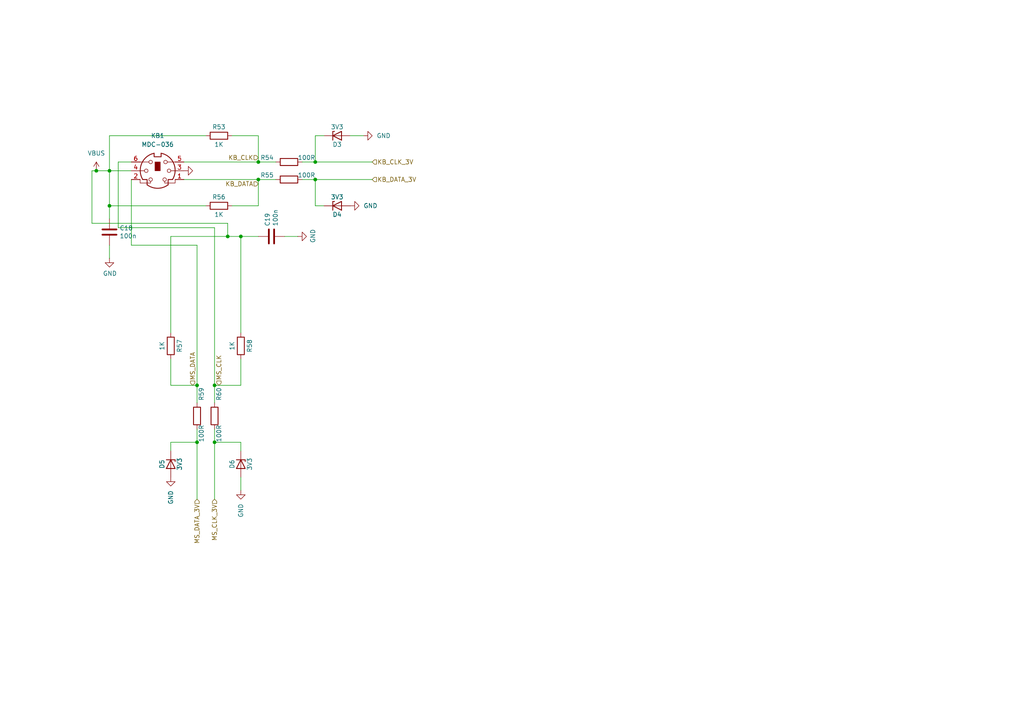
<source format=kicad_sch>
(kicad_sch (version 20250114) (generator "eeschema") (generator_version "9.0")
  (paper "A4")
  (title_block (title "TurboFRANK") (date "2025-03-03") (rev "1.02") (company "Mikhail Matveev") (comment 1 "https://github.com/xtremespb/frank"))
  (lib_symbols
    (symbol "Connector:Mini-DIN-6" (pin_names (offset 1.016))
      (property "Reference" "J" (at 0 6.35 0))
      (property "Value" "Mini-DIN-6" (at 0 -6.35 0))
      (symbol "Mini-DIN-6_0_1"
        (polyline (pts (xy -4.318 -2.54) (xy -3.048 -2.54) (xy -3.048 -4.064)) (stroke (width 0.254)))
        (polyline (pts (xy -3.81 0) (xy -5.08 0)))
        (circle (center -3.302 0) (radius 0.508))
        (polyline (pts (xy -2.54 2.54) (xy -5.08 2.54)))
        (circle (center -2.032 2.54) (radius 0.508))
        (circle (center -2.032 -2.54) (radius 0.508))
        (polyline (pts (xy -2.032 -3.048) (xy -2.032 -3.556) (xy -5.08 -3.556) (xy -5.08 -2.54)))
        (polyline (pts (xy -1.016 5.08) (xy -1.016 4.064) (xy 1.016 4.064) (xy 1.016 5.08)) (stroke (width 0.254)))
        (rectangle (start -0.762 2.54) (end 0.762 0) (fill (type outline)))
        (arc (start 3.048 -4.064) (mid 0 -5.08) (end -3.048 -4.064) (stroke (width 0.254)))
        (arc (start 1.016 5.08) (mid 4.6646 2.1356) (end 4.318 -2.54) (stroke (width 0.254)))
        (arc (start -4.318 -2.54) (mid -4.6241 2.1181) (end -1.016 5.08) (stroke (width 0.254)))
        (circle (center 2.032 -2.54) (radius 0.508))
        (polyline (pts (xy 2.032 -3.048) (xy 2.032 -3.556) (xy 5.08 -3.556) (xy 5.08 -2.54)))
        (circle (center 2.286 2.54) (radius 0.508))
        (polyline (pts (xy 2.794 2.54) (xy 5.08 2.54)))
        (circle (center 3.302 0) (radius 0.508))
        (polyline (pts (xy 4.318 -2.54) (xy 3.048 -2.54) (xy 3.048 -4.064)) (stroke (width 0.254)))
        (polyline (pts (xy 5.08 0) (xy 3.81 0)))
      )
      (symbol "Mini-DIN-6_1_1"
        (pin passive line (at -7.62 2.54 0) (length 2.54) (name "~") (number "6"))
        (pin passive line (at -7.62 0 0) (length 2.54) (name "~") (number "4"))
        (pin passive line (at -7.62 -2.54 0) (length 2.54) (name "~") (number "2"))
        (pin passive line (at 7.62 2.54 180) (length 2.54) (name "~") (number "5"))
        (pin passive line (at 7.62 0 180) (length 2.54) (name "~") (number "3"))
        (pin passive line (at 7.62 -2.54 180) (length 2.54) (name "~") (number "1"))
      )
    )
    (symbol "Device:C" (pin_numbers (hide yes)) (pin_names (offset 0.254))
      (property "Reference" "C" (at 0.635 2.54 0))
      (property "Value" "C" (at 0.635 -2.54 0))
      (symbol "C_0_1"
        (polyline (pts (xy -2.032 0.762) (xy 2.032 0.762)) (stroke (width 0.508)))
        (polyline (pts (xy -2.032 -0.762) (xy 2.032 -0.762)) (stroke (width 0.508)))
      )
      (symbol "C_1_1"
        (pin passive line (at 0 3.81 270) (length 2.794) (name "~") (number "1"))
        (pin passive line (at 0 -3.81 90) (length 2.794) (name "~") (number "2"))
      )
    )
    (symbol "Device:D_Zener" (pin_numbers (hide yes)) (pin_names (offset 1.016) (hide yes))
      (property "Reference" "D" (at 0 2.54 0))
      (property "Value" "D_Zener" (at 0 -2.54 0))
      (symbol "D_Zener_0_1"
        (polyline (pts (xy -1.27 -1.27) (xy -1.27 1.27) (xy -0.762 1.27)) (stroke (width 0.254)))
        (polyline (pts (xy 1.27 0) (xy -1.27 0)))
        (polyline (pts (xy 1.27 -1.27) (xy 1.27 1.27) (xy -1.27 0) (xy 1.27 -1.27)) (stroke (width 0.254)))
      )
      (symbol "D_Zener_1_1"
        (pin passive line (at -3.81 0 0) (length 2.54) (name "K") (number "1"))
        (pin passive line (at 3.81 0 180) (length 2.54) (name "A") (number "2"))
      )
    )
    (symbol "Device:R" (pin_numbers (hide yes)) (pin_names (offset 0))
      (property "Reference" "R" (at 2.032 0 90))
      (property "Value" "R" (at 0 0 90))
      (symbol "R_0_1"
        (rectangle (start -1.016 -2.54) (end 1.016 2.54) (stroke (width 0.254)))
      )
      (symbol "R_1_1"
        (pin passive line (at 0 3.81 270) (length 1.27) (name "~") (number "1"))
        (pin passive line (at 0 -3.81 90) (length 1.27) (name "~") (number "2"))
      )
    )
    (symbol "GND_1" (power) (pin_numbers (hide yes)) (pin_names (offset 0) (hide yes))
      (property "Value" "GND" (at 0 -3.81 0))
      (symbol "GND_1_0_1"
        (polyline (pts (xy 0 0) (xy 0 -1.27) (xy 1.27 -1.27) (xy 0 -2.54) (xy -1.27 -1.27) (xy 0 -1.27)))
      )
      (symbol "GND_1_1_1"
        (pin power_in line (at 0 0 270) (length 0) (name "~") (number "1"))
      )
    )
    (symbol "GND_2" (power) (pin_numbers (hide yes)) (pin_names (offset 0) (hide yes))
      (property "Value" "GND" (at 0 -3.81 0))
      (symbol "GND_2_0_1"
        (polyline (pts (xy 0 0) (xy 0 -1.27) (xy 1.27 -1.27) (xy 0 -2.54) (xy -1.27 -1.27) (xy 0 -1.27)))
      )
      (symbol "GND_2_1_1"
        (pin power_in line (at 0 0 270) (length 0) (name "~") (number "1"))
      )
    )
    (symbol "GND_3" (power) (pin_numbers (hide yes)) (pin_names (offset 0) (hide yes))
      (property "Value" "GND" (at 0 -3.81 0))
      (symbol "GND_3_0_1"
        (polyline (pts (xy 0 0) (xy 0 -1.27) (xy 1.27 -1.27) (xy 0 -2.54) (xy -1.27 -1.27) (xy 0 -1.27)))
      )
      (symbol "GND_3_1_1"
        (pin power_in line (at 0 0 270) (length 0) (name "~") (number "1"))
      )
    )
    (symbol "GND_4" (power) (pin_numbers (hide yes)) (pin_names (offset 0) (hide yes))
      (property "Value" "GND" (at 0 -3.81 0))
      (symbol "GND_4_0_1"
        (polyline (pts (xy 0 0) (xy 0 -1.27) (xy 1.27 -1.27) (xy 0 -2.54) (xy -1.27 -1.27) (xy 0 -1.27)))
      )
      (symbol "GND_4_1_1"
        (pin power_in line (at 0 0 270) (length 0) (name "~") (number "1"))
      )
    )
    (symbol "GND_5" (power) (pin_numbers (hide yes)) (pin_names (offset 0) (hide yes))
      (property "Value" "GND" (at 0 -3.81 0))
      (symbol "GND_5_0_1"
        (polyline (pts (xy 0 0) (xy 0 -1.27) (xy 1.27 -1.27) (xy 0 -2.54) (xy -1.27 -1.27) (xy 0 -1.27)))
      )
      (symbol "GND_5_1_1"
        (pin power_in line (at 0 0 270) (length 0) (name "~") (number "1"))
      )
    )
    (symbol "GND_6" (power) (pin_numbers (hide yes)) (pin_names (offset 0) (hide yes))
      (property "Value" "GND" (at 0 -3.81 0))
      (symbol "GND_6_0_1"
        (polyline (pts (xy 0 0) (xy 0 -1.27) (xy 1.27 -1.27) (xy 0 -2.54) (xy -1.27 -1.27) (xy 0 -1.27)))
      )
      (symbol "GND_6_1_1"
        (pin power_in line (at 0 0 270) (length 0) (name "~") (number "1"))
      )
    )
    (symbol "power:GND" (power) (pin_numbers (hide yes)) (pin_names (offset 0) (hide yes))
      (property "Value" "GND" (at 0 -3.81 0))
      (symbol "GND_0_1"
        (polyline (pts (xy 0 0) (xy 0 -1.27) (xy 1.27 -1.27) (xy 0 -2.54) (xy -1.27 -1.27) (xy 0 -1.27)))
      )
      (symbol "GND_1_1"
        (pin power_in line (at 0 0 270) (length 0) (name "~") (number "1"))
      )
    )
    (symbol "power:VBUS" (power) (pin_numbers (hide yes)) (pin_names (offset 0) (hide yes))
      (property "Value" "VBUS" (at 0 3.556 0))
      (symbol "VBUS_0_1"
        (polyline (pts (xy -0.762 1.27) (xy 0 2.54)))
        (polyline (pts (xy 0 2.54) (xy 0.762 1.27)))
        (polyline (pts (xy 0 0) (xy 0 2.54)))
      )
      (symbol "VBUS_1_1"
        (pin power_in line (at 0 0 90) (length 0) (name "~") (number "1"))
      )
    )
  )
  (junction (at 91.44 52.07))
  (junction (at 57.15 128.27))
  (junction (at 66.04 68.58))
  (junction (at 57.15 111.76))
  (junction (at 74.93 46.99))
  (junction (at 69.85 68.58))
  (junction (at 31.75 49.53))
  (junction (at 91.44 46.99))
  (junction (at 62.23 128.27))
  (junction (at 31.75 59.69))
  (junction (at 62.23 111.76))
  (junction (at 74.93 52.07))
  (junction (at 27.94 49.53))
  (wire (pts (xy 57.15 128.27) (xy 57.15 144.78)))
  (wire (pts (xy 69.85 68.58) (xy 74.93 68.58)))
  (wire (pts (xy 69.85 111.76) (xy 62.23 111.76)))
  (wire (pts (xy 69.85 128.27) (xy 62.23 128.27)))
  (wire (pts (xy 74.93 52.07) (xy 80.01 52.07)))
  (wire (pts (xy 74.93 46.99) (xy 80.01 46.99)))
  (wire (pts (xy 59.69 59.69) (xy 31.75 59.69)))
  (wire (pts (xy 49.53 96.52) (xy 49.53 68.58)))
  (wire (pts (xy 49.53 104.14) (xy 49.53 111.76)))
  (wire (pts (xy 27.94 49.53) (xy 26.67 49.53)))
  (wire (pts (xy 31.75 59.69) (xy 31.75 63.5)))
  (wire (pts (xy 31.75 39.37) (xy 31.75 49.53)))
  (wire (pts (xy 62.23 128.27) (xy 62.23 124.46)))
  (wire (pts (xy 62.23 128.27) (xy 62.23 144.78)))
  (wire (pts (xy 38.1 52.07) (xy 38.1 71.12)))
  (wire (pts (xy 101.6 39.37) (xy 105.41 39.37)))
  (wire (pts (xy 69.85 130.81) (xy 69.85 128.27)))
  (wire (pts (xy 91.44 52.07) (xy 87.63 52.07)))
  (wire (pts (xy 91.44 59.69) (xy 91.44 52.07)))
  (wire (pts (xy 69.85 104.14) (xy 69.85 111.76)))
  (wire (pts (xy 91.44 52.07) (xy 107.95 52.07)))
  (wire (pts (xy 31.75 59.69) (xy 31.75 49.53)))
  (wire (pts (xy 59.69 39.37) (xy 31.75 39.37)))
  (wire (pts (xy 38.1 46.99) (xy 34.29 46.99)))
  (wire (pts (xy 66.04 64.77) (xy 66.04 68.58)))
  (wire (pts (xy 66.04 68.58) (xy 69.85 68.58)))
  (wire (pts (xy 49.53 128.27) (xy 57.15 128.27)))
  (wire (pts (xy 93.98 59.69) (xy 91.44 59.69)))
  (wire (pts (xy 57.15 111.76) (xy 49.53 111.76)))
  (wire (pts (xy 93.98 39.37) (xy 91.44 39.37)))
  (wire (pts (xy 53.34 52.07) (xy 74.93 52.07)))
  (wire (pts (xy 34.29 46.99) (xy 34.29 66.04)))
  (wire (pts (xy 91.44 46.99) (xy 107.95 46.99)))
  (wire (pts (xy 38.1 71.12) (xy 57.15 71.12)))
  (wire (pts (xy 91.44 39.37) (xy 91.44 46.99)))
  (wire (pts (xy 31.75 49.53) (xy 38.1 49.53)))
  (wire (pts (xy 31.75 49.53) (xy 27.94 49.53)))
  (wire (pts (xy 67.31 59.69) (xy 74.93 59.69)))
  (wire (pts (xy 74.93 39.37) (xy 74.93 46.99)))
  (wire (pts (xy 26.67 64.77) (xy 66.04 64.77)))
  (wire (pts (xy 62.23 111.76) (xy 62.23 116.84)))
  (wire (pts (xy 49.53 130.81) (xy 49.53 128.27)))
  (wire (pts (xy 57.15 71.12) (xy 57.15 111.76)))
  (wire (pts (xy 57.15 128.27) (xy 57.15 124.46)))
  (wire (pts (xy 34.29 66.04) (xy 62.23 66.04)))
  (wire (pts (xy 26.67 49.53) (xy 26.67 64.77)))
  (wire (pts (xy 53.34 46.99) (xy 74.93 46.99)))
  (wire (pts (xy 69.85 96.52) (xy 69.85 68.58)))
  (wire (pts (xy 67.31 39.37) (xy 74.93 39.37)))
  (wire (pts (xy 82.55 68.58) (xy 86.36 68.58)))
  (wire (pts (xy 31.75 71.12) (xy 31.75 74.93)))
  (wire (pts (xy 49.53 68.58) (xy 66.04 68.58)))
  (wire (pts (xy 74.93 52.07) (xy 74.93 59.69)))
  (wire (pts (xy 62.23 66.04) (xy 62.23 111.76)))
  (wire (pts (xy 57.15 111.76) (xy 57.15 116.84)))
  (wire (pts (xy 91.44 46.99) (xy 87.63 46.99)))
  (wire (pts (xy 69.85 138.43) (xy 69.85 142.24)))
  (hierarchical_label "MS_CLK_3V" (shape input) (at 62.23 144.78 270))
  (hierarchical_label "MS_CLK" (shape input) (at 63.5 111.76 90))
  (hierarchical_label "KB_CLK" (shape input) (at 74.93 45.72 180))
  (hierarchical_label "KB_DATA_3V" (shape input) (at 107.95 52.07 0))
  (hierarchical_label "MS_DATA_3V" (shape input) (at 57.15 144.78 270))
  (hierarchical_label "MS_DATA" (shape input) (at 55.88 111.76 90))
  (hierarchical_label "KB_CLK_3V" (shape input) (at 107.95 46.99 0))
  (hierarchical_label "KB_DATA" (shape input) (at 74.93 53.34 180))
  (symbol (lib_name "GND_6") (lib_id "power:GND") (at 101.6 59.69 90) (unit 1)
    (property "Reference" "#PWR050" (effects (hide yes)))
    (property "Value" "GND" (at 105.41 59.6899 90) (effects (justify right)))
    (property "Description" "Power symbol creates a global label with name \"GND\" , ground" (effects (hide yes)))
  )
  (symbol (lib_id "Device:D_Zener") (at 97.79 59.69 0) (unit 1)
    (property "Reference" "D4" (at 97.79 62.23 0))
    (property "Value" "3V3" (at 97.79 57.15 0))
    (property "Footprint" "FRANK:Diode (SOD-323)" (effects (hide yes)))
    (property "Datasheet" "https://www.vishay.com/docs/83335/bzx384g.pdf" (effects (hide yes)))
    (property "AliExpress" "https://www.aliexpress.com/item/1005006143480992.html" (effects (hide yes)))
  )
  (symbol (lib_name "GND_3") (lib_id "power:GND") (at 31.75 74.93 0) (unit 1)
    (property "Reference" "#PWR052" (effects (hide yes)))
    (property "Value" "GND" (at 31.877 79.3242 0))
    (property "Description" "Power symbol creates a global label with name \"GND\" , ground" (effects (hide yes)))
  )
  (symbol (lib_id "Device:R") (at 49.53 100.33 0) (unit 1)
    (property "Reference" "R57" (at 52.07 100.33 90))
    (property "Value" "1K" (at 46.99 100.33 90))
    (property "Footprint" "FRANK:Resistor (0805)" (effects (hide yes)))
    (property "Datasheet" "https://www.vishay.com/docs/28952/mcs0402at-mct0603at-mcu0805at-mca1206at.pdf" (effects (hide yes)))
    (property "AliExpress" "https://www.aliexpress.com/item/1005005945735199.html" (effects (hide yes)))
  )
  (symbol (lib_name "GND_1") (lib_id "power:GND") (at 69.85 142.24 0) (unit 1)
    (property "Reference" "#PWR054" (effects (hide yes)))
    (property "Value" "GND" (at 69.8501 146.05 90) (effects (justify right)))
    (property "Description" "Power symbol creates a global label with name \"GND\" , ground" (effects (hide yes)))
  )
  (symbol (lib_id "Device:R") (at 83.82 52.07 90) (unit 1)
    (property "Reference" "R55" (at 77.47 50.8 90))
    (property "Value" "100R" (at 88.9 50.8 90))
    (property "Footprint" "FRANK:Resistor (0805)" (effects (hide yes)))
    (property "Datasheet" "https://www.vishay.com/docs/28952/mcs0402at-mct0603at-mcu0805at-mca1206at.pdf" (effects (hide yes)))
    (property "AliExpress" "https://www.aliexpress.com/item/1005005945735199.html" (effects (hide yes)))
  )
  (symbol (lib_id "Device:R") (at 69.85 100.33 0) (unit 1)
    (property "Reference" "R58" (at 72.39 100.33 90))
    (property "Value" "1K" (at 67.31 100.33 90))
    (property "Footprint" "FRANK:Resistor (0805)" (effects (hide yes)))
    (property "Datasheet" "https://www.vishay.com/docs/28952/mcs0402at-mct0603at-mcu0805at-mca1206at.pdf" (effects (hide yes)))
    (property "AliExpress" "https://www.aliexpress.com/item/1005005945735199.html" (effects (hide yes)))
  )
  (symbol (lib_id "Device:R") (at 83.82 46.99 90) (unit 1)
    (property "Reference" "R54" (at 77.47 45.72 90))
    (property "Value" "100R" (at 88.9 45.72 90))
    (property "Footprint" "FRANK:Resistor (0805)" (effects (hide yes)))
    (property "Datasheet" "https://www.vishay.com/docs/28952/mcs0402at-mct0603at-mcu0805at-mca1206at.pdf" (effects (hide yes)))
    (property "AliExpress" "https://www.aliexpress.com/item/1005005945735199.html" (effects (hide yes)))
  )
  (symbol (lib_id "Device:R") (at 57.15 120.65 0) (unit 1)
    (property "Reference" "R59" (at 58.42 114.3 90))
    (property "Value" "100R" (at 58.42 125.73 90))
    (property "Footprint" "FRANK:Resistor (0805)" (effects (hide yes)))
    (property "Datasheet" "https://www.vishay.com/docs/28952/mcs0402at-mct0603at-mcu0805at-mca1206at.pdf" (effects (hide yes)))
    (property "AliExpress" "https://www.aliexpress.com/item/1005005945735199.html" (effects (hide yes)))
  )
  (symbol (lib_name "GND_4") (lib_id "power:GND") (at 105.41 39.37 90) (unit 1)
    (property "Reference" "#PWR047" (effects (hide yes)))
    (property "Value" "GND" (at 109.22 39.3699 90) (effects (justify right)))
    (property "Description" "Power symbol creates a global label with name \"GND\" , ground" (effects (hide yes)))
  )
  (symbol (lib_id "Device:D_Zener") (at 49.53 134.62 270) (unit 1)
    (property "Reference" "D5" (at 46.99 134.62 0))
    (property "Value" "3V3" (at 52.07 134.62 0))
    (property "Footprint" "FRANK:Diode (SOD-323)" (effects (hide yes)))
    (property "Datasheet" "https://www.vishay.com/docs/83335/bzx384g.pdf" (effects (hide yes)))
    (property "AliExpress" "https://www.aliexpress.com/item/1005006143480992.html" (effects (hide yes)))
  )
  (symbol (lib_id "power:VBUS") (at 27.94 49.53 0) (unit 1)
    (property "Reference" "#PWR048" (effects (hide yes)))
    (property "Value" "VBUS" (at 27.94 44.45 0))
    (property "Description" "Power symbol creates a global label with name \"VBUS\"" (effects (hide yes)))
  )
  (symbol (lib_id "Device:R") (at 63.5 59.69 90) (unit 1)
    (property "Reference" "R56" (at 63.5 57.15 90))
    (property "Value" "1K" (at 63.5 62.23 90))
    (property "Footprint" "FRANK:Resistor (0805)" (effects (hide yes)))
    (property "Datasheet" "https://www.vishay.com/docs/28952/mcs0402at-mct0603at-mcu0805at-mca1206at.pdf" (effects (hide yes)))
    (property "AliExpress" "https://www.aliexpress.com/item/1005005945735199.html" (effects (hide yes)))
  )
  (symbol (lib_id "Device:C") (at 78.74 68.58 90) (unit 1)
    (property "Reference" "C19" (at 77.5716 65.659 0) (effects (justify left)))
    (property "Value" "100n" (at 79.883 65.659 0) (effects (justify left)))
    (property "Footprint" "FRANK:Capacitor (0805)" (effects (hide yes)))
    (property "Datasheet" "https://eu.mouser.com/datasheet/2/40/KGM_X7R-3223212.pdf" (effects (hide yes)))
    (property "AliExpress" "https://www.aliexpress.com/item/33008008276.html" (effects (hide yes)))
  )
  (symbol (lib_name "GND_5") (lib_id "power:GND") (at 86.36 68.58 90) (unit 1)
    (property "Reference" "#PWR051" (effects (hide yes)))
    (property "Value" "GND" (at 90.7542 68.453 0))
    (property "Description" "Power symbol creates a global label with name \"GND\" , ground" (effects (hide yes)))
  )
  (symbol (lib_id "Device:R") (at 63.5 39.37 90) (unit 1)
    (property "Reference" "R53" (at 63.5 36.83 90))
    (property "Value" "1K" (at 63.5 41.91 90))
    (property "Footprint" "FRANK:Resistor (0805)" (effects (hide yes)))
    (property "Datasheet" "https://www.vishay.com/docs/28952/mcs0402at-mct0603at-mcu0805at-mca1206at.pdf" (effects (hide yes)))
    (property "AliExpress" "https://www.aliexpress.com/item/1005005945735199.html" (effects (hide yes)))
  )
  (symbol (lib_id "Connector:Mini-DIN-6") (at 45.72 49.53 0) (unit 1)
    (property "Reference" "KB1" (at 45.7377 39.37 0))
    (property "Value" "MDC-036" (at 45.7377 41.91 0))
    (property "Footprint" "FRANK:MiniDIN (6 Pin, female)" (effects (hide yes)))
    (property "Datasheet" "http://service.powerdynamics.com/ec/Catalog17/Section%2011.pdf" (effects (hide yes)))
    (property "AliExpress" "https://www.aliexpress.com/item/4000106131593.html" (effects (hide yes)))
  )
  (symbol (lib_id "power:GND") (at 53.34 49.53 90) (unit 1)
    (property "Reference" "#PWR049" (effects (hide yes)))
    (property "Value" "GND" (effects (hide yes)))
    (property "Description" "Power symbol creates a global label with name \"GND\" , ground" (effects (hide yes)))
  )
  (symbol (lib_name "GND_2") (lib_id "power:GND") (at 49.53 138.43 0) (unit 1)
    (property "Reference" "#PWR053" (effects (hide yes)))
    (property "Value" "GND" (at 49.5301 142.24 90) (effects (justify right)))
    (property "Description" "Power symbol creates a global label with name \"GND\" , ground" (effects (hide yes)))
  )
  (symbol (lib_id "Device:D_Zener") (at 97.79 39.37 0) (unit 1)
    (property "Reference" "D3" (at 97.79 41.91 0))
    (property "Value" "3V3" (at 97.79 36.83 0))
    (property "Footprint" "FRANK:Diode (SOD-323)" (effects (hide yes)))
    (property "Datasheet" "https://www.vishay.com/docs/83335/bzx384g.pdf" (effects (hide yes)))
    (property "AliExpress" "https://www.aliexpress.com/item/1005006143480992.html" (effects (hide yes)))
  )
  (symbol (lib_id "Device:R") (at 62.23 120.65 0) (unit 1)
    (property "Reference" "R60" (at 63.5 114.3 90))
    (property "Value" "100R" (at 63.5 125.73 90))
    (property "Footprint" "FRANK:Resistor (0805)" (effects (hide yes)))
    (property "Datasheet" "https://www.vishay.com/docs/28952/mcs0402at-mct0603at-mcu0805at-mca1206at.pdf" (effects (hide yes)))
    (property "AliExpress" "https://www.aliexpress.com/item/1005005945735199.html" (effects (hide yes)))
  )
  (symbol (lib_id "Device:D_Zener") (at 69.85 134.62 270) (unit 1)
    (property "Reference" "D6" (at 67.31 134.62 0))
    (property "Value" "3V3" (at 72.39 134.62 0))
    (property "Footprint" "FRANK:Diode (SOD-323)" (effects (hide yes)))
    (property "Datasheet" "https://www.vishay.com/docs/83335/bzx384g.pdf" (effects (hide yes)))
    (property "AliExpress" "https://www.aliexpress.com/item/1005006143480992.html" (effects (hide yes)))
  )
  (symbol (lib_id "Device:C") (at 31.75 67.31 0) (unit 1)
    (property "Reference" "C18" (at 34.671 66.1416 0) (effects (justify left)))
    (property "Value" "100n" (at 34.671 68.453 0) (effects (justify left)))
    (property "Footprint" "FRANK:Capacitor (0805)" (effects (hide yes)))
    (property "Datasheet" "https://eu.mouser.com/datasheet/2/40/KGM_X7R-3223212.pdf" (effects (hide yes)))
    (property "AliExpress" "https://www.aliexpress.com/item/33008008276.html" (effects (hide yes)))
  )
)
</source>
